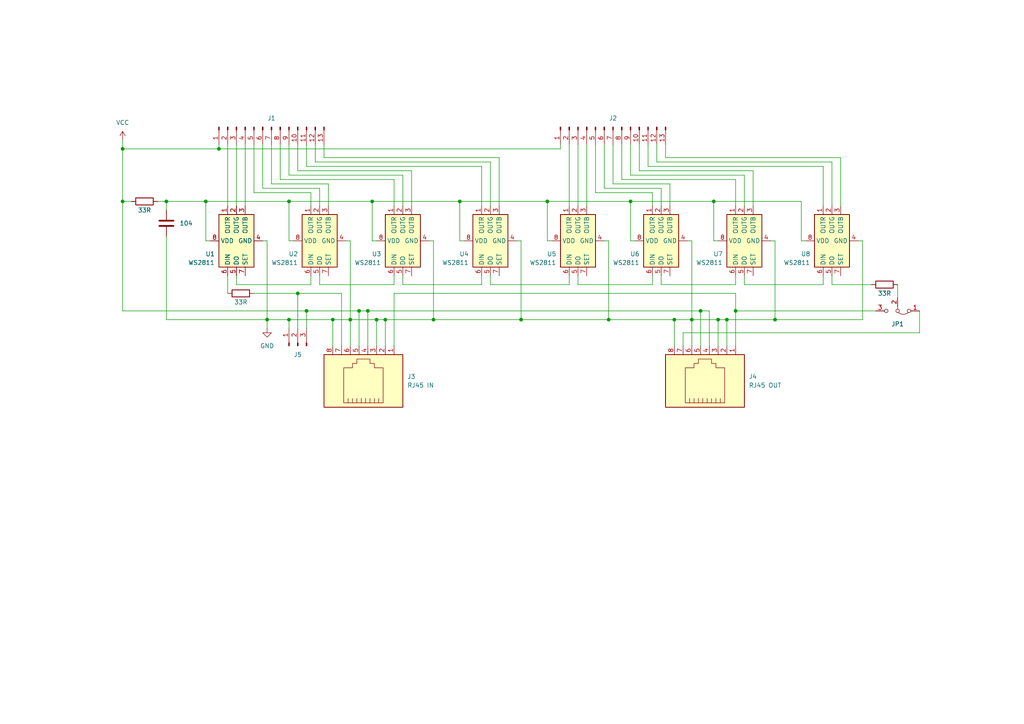
<source format=kicad_sch>
(kicad_sch (version 20230121) (generator eeschema)
  (paper "A4")
  (title_block (title "WS2811 LED Driver 24 (2 Signals)") (date "2023-12-22") (rev "2.0") (company "Jan Graichen") (comment 1 "© CC-BY-SA 4.0"))
  (lib_symbols
    (symbol "Conn_01x13_Pin_1" (pin_names (offset 1.016) hide)
      (property "Reference" "J" (at 0 17.78 0))
      (property "Value" "Conn_01x13_Pin" (at 0 -17.78 0))
      (symbol "Conn_01x13_Pin_1_1_1"
        (polyline (pts (xy 1.27 -15.24) (xy 0.8636 -15.24)) (stroke (width 0.1524)))
        (polyline (pts (xy 1.27 -12.7) (xy 0.8636 -12.7)) (stroke (width 0.1524)))
        (polyline (pts (xy 1.27 -10.16) (xy 0.8636 -10.16)) (stroke (width 0.1524)))
        (polyline (pts (xy 1.27 -7.62) (xy 0.8636 -7.62)) (stroke (width 0.1524)))
        (polyline (pts (xy 1.27 -5.08) (xy 0.8636 -5.08)) (stroke (width 0.1524)))
        (polyline (pts (xy 1.27 -2.54) (xy 0.8636 -2.54)) (stroke (width 0.1524)))
        (polyline (pts (xy 1.27 0) (xy 0.8636 0)) (stroke (width 0.1524)))
        (polyline (pts (xy 1.27 2.54) (xy 0.8636 2.54)) (stroke (width 0.1524)))
        (polyline (pts (xy 1.27 5.08) (xy 0.8636 5.08)) (stroke (width 0.1524)))
        (polyline (pts (xy 1.27 7.62) (xy 0.8636 7.62)) (stroke (width 0.1524)))
        (polyline (pts (xy 1.27 10.16) (xy 0.8636 10.16)) (stroke (width 0.1524)))
        (polyline (pts (xy 1.27 12.7) (xy 0.8636 12.7)) (stroke (width 0.1524)))
        (polyline (pts (xy 1.27 15.24) (xy 0.8636 15.24)) (stroke (width 0.1524)))
        (rectangle (start 0.8636 -15.113) (end 0 -15.367) (stroke (width 0.1524)) (fill (type outline)))
        (rectangle (start 0.8636 -12.573) (end 0 -12.827) (stroke (width 0.1524)) (fill (type outline)))
        (rectangle (start 0.8636 -10.033) (end 0 -10.287) (stroke (width 0.1524)) (fill (type outline)))
        (rectangle (start 0.8636 -7.493) (end 0 -7.747) (stroke (width 0.1524)) (fill (type outline)))
        (rectangle (start 0.8636 -4.953) (end 0 -5.207) (stroke (width 0.1524)) (fill (type outline)))
        (rectangle (start 0.8636 -2.413) (end 0 -2.667) (stroke (width 0.1524)) (fill (type outline)))
        (rectangle (start 0.8636 0.127) (end 0 -0.127) (stroke (width 0.1524)) (fill (type outline)))
        (rectangle (start 0.8636 2.667) (end 0 2.413) (stroke (width 0.1524)) (fill (type outline)))
        (rectangle (start 0.8636 5.207) (end 0 4.953) (stroke (width 0.1524)) (fill (type outline)))
        (rectangle (start 0.8636 7.747) (end 0 7.493) (stroke (width 0.1524)) (fill (type outline)))
        (rectangle (start 0.8636 10.287) (end 0 10.033) (stroke (width 0.1524)) (fill (type outline)))
        (rectangle (start 0.8636 12.827) (end 0 12.573) (stroke (width 0.1524)) (fill (type outline)))
        (rectangle (start 0.8636 15.367) (end 0 15.113) (stroke (width 0.1524)) (fill (type outline)))
        (pin passive line (at 5.08 15.24 180) (length 3.81) (name "Pin_1") (number "1"))
        (pin passive line (at 5.08 -7.62 180) (length 3.81) (name "Pin_10") (number "10"))
        (pin passive line (at 5.08 -10.16 180) (length 3.81) (name "Pin_11") (number "11"))
        (pin passive line (at 5.08 -12.7 180) (length 3.81) (name "Pin_12") (number "12"))
        (pin passive line (at 5.08 -15.24 180) (length 3.81) (name "Pin_13") (number "13"))
        (pin passive line (at 5.08 12.7 180) (length 3.81) (name "Pin_2") (number "2"))
        (pin passive line (at 5.08 10.16 180) (length 3.81) (name "Pin_3") (number "3"))
        (pin passive line (at 5.08 7.62 180) (length 3.81) (name "Pin_4") (number "4"))
        (pin passive line (at 5.08 5.08 180) (length 3.81) (name "Pin_5") (number "5"))
        (pin passive line (at 5.08 2.54 180) (length 3.81) (name "Pin_6") (number "6"))
        (pin passive line (at 5.08 0 180) (length 3.81) (name "Pin_7") (number "7"))
        (pin passive line (at 5.08 -2.54 180) (length 3.81) (name "Pin_8") (number "8"))
        (pin passive line (at 5.08 -5.08 180) (length 3.81) (name "Pin_9") (number "9"))
      )
    )
    (symbol "Connector:Conn_01x03_Pin" (pin_names (offset 1.016) hide)
      (property "Reference" "J" (at 0 5.08 0))
      (property "Value" "Conn_01x03_Pin" (at 0 -5.08 0))
      (symbol "Conn_01x03_Pin_1_1"
        (polyline (pts (xy 1.27 -2.54) (xy 0.8636 -2.54)) (stroke (width 0.1524)))
        (polyline (pts (xy 1.27 0) (xy 0.8636 0)) (stroke (width 0.1524)))
        (polyline (pts (xy 1.27 2.54) (xy 0.8636 2.54)) (stroke (width 0.1524)))
        (rectangle (start 0.8636 -2.413) (end 0 -2.667) (stroke (width 0.1524)) (fill (type outline)))
        (rectangle (start 0.8636 0.127) (end 0 -0.127) (stroke (width 0.1524)) (fill (type outline)))
        (rectangle (start 0.8636 2.667) (end 0 2.413) (stroke (width 0.1524)) (fill (type outline)))
        (pin passive line (at 5.08 2.54 180) (length 3.81) (name "Pin_1") (number "1"))
        (pin passive line (at 5.08 0 180) (length 3.81) (name "Pin_2") (number "2"))
        (pin passive line (at 5.08 -2.54 180) (length 3.81) (name "Pin_3") (number "3"))
      )
    )
    (symbol "Connector:Conn_01x13_Pin" (pin_names (offset 1.016) hide)
      (property "Reference" "J" (at 0 17.78 0))
      (property "Value" "Conn_01x13_Pin" (at 0 -17.78 0))
      (symbol "Conn_01x13_Pin_1_1"
        (polyline (pts (xy 1.27 -15.24) (xy 0.8636 -15.24)) (stroke (width 0.1524)))
        (polyline (pts (xy 1.27 -12.7) (xy 0.8636 -12.7)) (stroke (width 0.1524)))
        (polyline (pts (xy 1.27 -10.16) (xy 0.8636 -10.16)) (stroke (width 0.1524)))
        (polyline (pts (xy 1.27 -7.62) (xy 0.8636 -7.62)) (stroke (width 0.1524)))
        (polyline (pts (xy 1.27 -5.08) (xy 0.8636 -5.08)) (stroke (width 0.1524)))
        (polyline (pts (xy 1.27 -2.54) (xy 0.8636 -2.54)) (stroke (width 0.1524)))
        (polyline (pts (xy 1.27 0) (xy 0.8636 0)) (stroke (width 0.1524)))
        (polyline (pts (xy 1.27 2.54) (xy 0.8636 2.54)) (stroke (width 0.1524)))
        (polyline (pts (xy 1.27 5.08) (xy 0.8636 5.08)) (stroke (width 0.1524)))
        (polyline (pts (xy 1.27 7.62) (xy 0.8636 7.62)) (stroke (width 0.1524)))
        (polyline (pts (xy 1.27 10.16) (xy 0.8636 10.16)) (stroke (width 0.1524)))
        (polyline (pts (xy 1.27 12.7) (xy 0.8636 12.7)) (stroke (width 0.1524)))
        (polyline (pts (xy 1.27 15.24) (xy 0.8636 15.24)) (stroke (width 0.1524)))
        (rectangle (start 0.8636 -15.113) (end 0 -15.367) (stroke (width 0.1524)) (fill (type outline)))
        (rectangle (start 0.8636 -12.573) (end 0 -12.827) (stroke (width 0.1524)) (fill (type outline)))
        (rectangle (start 0.8636 -10.033) (end 0 -10.287) (stroke (width 0.1524)) (fill (type outline)))
        (rectangle (start 0.8636 -7.493) (end 0 -7.747) (stroke (width 0.1524)) (fill (type outline)))
        (rectangle (start 0.8636 -4.953) (end 0 -5.207) (stroke (width 0.1524)) (fill (type outline)))
        (rectangle (start 0.8636 -2.413) (end 0 -2.667) (stroke (width 0.1524)) (fill (type outline)))
        (rectangle (start 0.8636 0.127) (end 0 -0.127) (stroke (width 0.1524)) (fill (type outline)))
        (rectangle (start 0.8636 2.667) (end 0 2.413) (stroke (width 0.1524)) (fill (type outline)))
        (rectangle (start 0.8636 5.207) (end 0 4.953) (stroke (width 0.1524)) (fill (type outline)))
        (rectangle (start 0.8636 7.747) (end 0 7.493) (stroke (width 0.1524)) (fill (type outline)))
        (rectangle (start 0.8636 10.287) (end 0 10.033) (stroke (width 0.1524)) (fill (type outline)))
        (rectangle (start 0.8636 12.827) (end 0 12.573) (stroke (width 0.1524)) (fill (type outline)))
        (rectangle (start 0.8636 15.367) (end 0 15.113) (stroke (width 0.1524)) (fill (type outline)))
        (pin passive line (at 5.08 15.24 180) (length 3.81) (name "Pin_1") (number "1"))
        (pin passive line (at 5.08 -7.62 180) (length 3.81) (name "Pin_10") (number "10"))
        (pin passive line (at 5.08 -10.16 180) (length 3.81) (name "Pin_11") (number "11"))
        (pin passive line (at 5.08 -12.7 180) (length 3.81) (name "Pin_12") (number "12"))
        (pin passive line (at 5.08 -15.24 180) (length 3.81) (name "Pin_13") (number "13"))
        (pin passive line (at 5.08 12.7 180) (length 3.81) (name "Pin_2") (number "2"))
        (pin passive line (at 5.08 10.16 180) (length 3.81) (name "Pin_3") (number "3"))
        (pin passive line (at 5.08 7.62 180) (length 3.81) (name "Pin_4") (number "4"))
        (pin passive line (at 5.08 5.08 180) (length 3.81) (name "Pin_5") (number "5"))
        (pin passive line (at 5.08 2.54 180) (length 3.81) (name "Pin_6") (number "6"))
        (pin passive line (at 5.08 0 180) (length 3.81) (name "Pin_7") (number "7"))
        (pin passive line (at 5.08 -2.54 180) (length 3.81) (name "Pin_8") (number "8"))
        (pin passive line (at 5.08 -5.08 180) (length 3.81) (name "Pin_9") (number "9"))
      )
    )
    (symbol "Connector:RJ45" (pin_names (offset 1.016))
      (property "Reference" "J" (at -5.08 13.97 0))
      (property "Value" "RJ45" (at 2.54 13.97 0))
      (symbol "RJ45_0_1"
        (polyline (pts (xy -5.08 4.445) (xy -6.35 4.445)))
        (polyline (pts (xy -5.08 5.715) (xy -6.35 5.715)))
        (polyline (pts (xy -6.35 -3.175) (xy -5.08 -3.175) (xy -5.08 -3.175)))
        (polyline (pts (xy -6.35 -1.905) (xy -5.08 -1.905) (xy -5.08 -1.905)))
        (polyline (pts (xy -6.35 -0.635) (xy -5.08 -0.635) (xy -5.08 -0.635)))
        (polyline (pts (xy -6.35 0.635) (xy -5.08 0.635) (xy -5.08 0.635)))
        (polyline (pts (xy -6.35 1.905) (xy -5.08 1.905) (xy -5.08 1.905)))
        (polyline (pts (xy -5.08 3.175) (xy -6.35 3.175) (xy -6.35 3.175)))
        (polyline (pts (xy -6.35 -4.445) (xy -6.35 6.985) (xy 3.81 6.985) (xy 3.81 4.445) (xy 5.08 4.445) (xy 5.08 3.175) (xy 6.35 3.175) (xy 6.35 -0.635) (xy 5.08 -0.635) (xy 5.08 -1.905) (xy 3.81 -1.905) (xy 3.81 -4.445) (xy -6.35 -4.445) (xy -6.35 -4.445)))
        (rectangle (start 7.62 12.7) (end -7.62 -10.16) (stroke (width 0.254)) (fill (type background)))
      )
      (symbol "RJ45_1_1"
        (pin passive line (at 10.16 -7.62 180) (length 2.54) (name "~") (number "1"))
        (pin passive line (at 10.16 -5.08 180) (length 2.54) (name "~") (number "2"))
        (pin passive line (at 10.16 -2.54 180) (length 2.54) (name "~") (number "3"))
        (pin passive line (at 10.16 0 180) (length 2.54) (name "~") (number "4"))
        (pin passive line (at 10.16 2.54 180) (length 2.54) (name "~") (number "5"))
        (pin passive line (at 10.16 5.08 180) (length 2.54) (name "~") (number "6"))
        (pin passive line (at 10.16 7.62 180) (length 2.54) (name "~") (number "7"))
        (pin passive line (at 10.16 10.16 180) (length 2.54) (name "~") (number "8"))
      )
    )
    (symbol "Device:C" (pin_numbers hide) (pin_names (offset 0.254))
      (property "Reference" "C" (at 0.635 2.54 0))
      (property "Value" "C" (at 0.635 -2.54 0))
      (symbol "C_0_1"
        (polyline (pts (xy -2.032 -0.762) (xy 2.032 -0.762)) (stroke (width 0.508)))
        (polyline (pts (xy -2.032 0.762) (xy 2.032 0.762)) (stroke (width 0.508)))
      )
      (symbol "C_1_1"
        (pin passive line (at 0 3.81 270) (length 2.794) (name "~") (number "1"))
        (pin passive line (at 0 -3.81 90) (length 2.794) (name "~") (number "2"))
      )
    )
    (symbol "Device:R" (pin_numbers hide) (pin_names (offset 0))
      (property "Reference" "R" (at 2.032 0 90))
      (property "Value" "R" (at 0 0 90))
      (symbol "R_0_1"
        (rectangle (start -1.016 -2.54) (end 1.016 2.54) (stroke (width 0.254)))
      )
      (symbol "R_1_1"
        (pin passive line (at 0 3.81 270) (length 1.27) (name "~") (number "1"))
        (pin passive line (at 0 -3.81 90) (length 1.27) (name "~") (number "2"))
      )
    )
    (symbol "Driver_LED:WS2811"
      (property "Reference" "U" (at -6.35 6.35 0))
      (property "Value" "WS2811" (at 5.08 6.35 0))
      (symbol "WS2811_0_1"
        (rectangle (start -7.62 5.08) (end 7.62 -5.08) (stroke (width 0.254)) (fill (type background)))
      )
      (symbol "WS2811_1_1"
        (pin output line (at 10.16 2.54 180) (length 2.54) (name "OUTR") (number "1"))
        (pin output line (at 10.16 0 180) (length 2.54) (name "OUTG") (number "2"))
        (pin output line (at 10.16 -2.54 180) (length 2.54) (name "OUTB") (number "3"))
        (pin power_in line (at 0 -7.62 90) (length 2.54) (name "GND") (number "4"))
        (pin output line (at -10.16 0 0) (length 2.54) (name "DO") (number "5"))
        (pin input line (at -10.16 2.54 0) (length 2.54) (name "DIN") (number "6"))
        (pin input line (at -10.16 -2.54 0) (length 2.54) (name "SET") (number "7"))
        (pin power_in line (at 0 7.62 270) (length 2.54) (name "VDD") (number "8"))
      )
    )
    (symbol "Jumper:Jumper_3_Bridged12" (pin_names (offset 0) hide)
      (property "Reference" "JP" (at -2.54 -2.54 0))
      (property "Value" "Jumper_3_Bridged12" (at 0 2.794 0))
      (symbol "Jumper_3_Bridged12_0_0"
        (circle (center -3.302 0) (radius 0.508))
        (circle (center 0 0) (radius 0.508))
        (circle (center 3.302 0) (radius 0.508))
      )
      (symbol "Jumper_3_Bridged12_0_1"
        (arc (start -0.254 0.508) (mid -1.651 0.9912) (end -3.048 0.508))
        (polyline (pts (xy 0 -1.27) (xy 0 -0.508)))
      )
      (symbol "Jumper_3_Bridged12_1_1"
        (pin passive line (at -6.35 0 0) (length 2.54) (name "A") (number "1"))
        (pin passive line (at 0 -3.81 90) (length 2.54) (name "C") (number "2"))
        (pin passive line (at 6.35 0 180) (length 2.54) (name "B") (number "3"))
      )
    )
    (symbol "power:GND" (power) (pin_names (offset 0))
      (property "Value" "GND" (at 0 -3.81 0))
      (symbol "GND_0_1"
        (polyline (pts (xy 0 0) (xy 0 -1.27) (xy 1.27 -1.27) (xy 0 -2.54) (xy -1.27 -1.27) (xy 0 -1.27)))
      )
      (symbol "GND_1_1"
        (pin power_in line (at 0 0 270) (length 0) hide (name "GND") (number "1"))
      )
    )
    (symbol "power:VCC" (power) (pin_names (offset 0))
      (property "Value" "VCC" (at 0 3.81 0))
      (symbol "VCC_0_1"
        (polyline (pts (xy -0.762 1.27) (xy 0 2.54)))
        (polyline (pts (xy 0 0) (xy 0 2.54)))
        (polyline (pts (xy 0 2.54) (xy 0.762 1.27)))
      )
      (symbol "VCC_1_1"
        (pin power_in line (at 0 0 90) (length 0) hide (name "VCC") (number "1"))
      )
    )
  )
  (junction (at 203.2 90.17))
  (junction (at 63.5 43.18))
  (junction (at 125.73 92.71))
  (junction (at 48.26 58.42))
  (junction (at 111.76 92.71))
  (junction (at 88.9 90.17))
  (junction (at 109.22 92.71))
  (junction (at 151.13 92.71))
  (junction (at 158.75 58.42))
  (junction (at 86.36 85.09))
  (junction (at 107.95 58.42))
  (junction (at 101.6 92.71))
  (junction (at 210.82 92.71))
  (junction (at 207.01 58.42))
  (junction (at 104.14 90.17))
  (junction (at 83.82 92.71))
  (junction (at 59.69 58.42))
  (junction (at 213.36 90.17))
  (junction (at 77.47 92.71))
  (junction (at 106.68 90.17))
  (junction (at 208.28 92.71))
  (junction (at 83.82 58.42))
  (junction (at 35.56 58.42))
  (junction (at 182.88 58.42))
  (junction (at 200.66 92.71))
  (junction (at 176.53 92.71))
  (junction (at 224.79 92.71))
  (junction (at 133.35 58.42))
  (junction (at 96.52 92.71))
  (junction (at 195.58 92.71))
  (junction (at 35.56 43.18))
  (wire (pts (xy 213.36 82.55) (xy 213.36 80.01)))
  (wire (pts (xy 59.69 58.42) (xy 59.69 69.85)))
  (wire (pts (xy 213.36 52.07) (xy 180.34 52.07)))
  (wire (pts (xy 35.56 58.42) (xy 35.56 90.17)))
  (wire (pts (xy 96.52 92.71) (xy 101.6 92.71)))
  (wire (pts (xy 139.7 48.26) (xy 88.9 48.26)))
  (wire (pts (xy 77.47 69.85) (xy 77.47 92.71)))
  (wire (pts (xy 83.82 92.71) (xy 83.82 95.25)))
  (wire (pts (xy 151.13 69.85) (xy 151.13 92.71)))
  (wire (pts (xy 224.79 92.71) (xy 250.19 92.71)))
  (wire (pts (xy 180.34 52.07) (xy 180.34 41.91)))
  (wire (pts (xy 189.23 59.69) (xy 189.23 55.88)))
  (wire (pts (xy 200.66 92.71) (xy 208.28 92.71)))
  (wire (pts (xy 200.66 92.71) (xy 200.66 100.33)))
  (wire (pts (xy 35.56 43.18) (xy 35.56 58.42)))
  (wire (pts (xy 223.52 69.85) (xy 224.79 69.85)))
  (wire (pts (xy 99.06 85.09) (xy 99.06 100.33)))
  (wire (pts (xy 144.78 45.72) (xy 93.98 45.72)))
  (wire (pts (xy 250.19 92.71) (xy 250.19 69.85)))
  (wire (pts (xy 266.7 96.52) (xy 198.12 96.52)))
  (wire (pts (xy 213.36 85.09) (xy 213.36 90.17)))
  (wire (pts (xy 205.74 90.17) (xy 205.74 100.33)))
  (wire (pts (xy 59.69 58.42) (xy 83.82 58.42)))
  (wire (pts (xy 218.44 49.53) (xy 185.42 49.53)))
  (wire (pts (xy 233.68 69.85) (xy 232.41 69.85)))
  (wire (pts (xy 182.88 50.8) (xy 182.88 41.91)))
  (wire (pts (xy 170.18 41.91) (xy 170.18 59.69)))
  (wire (pts (xy 176.53 92.71) (xy 195.58 92.71)))
  (wire (pts (xy 114.3 52.07) (xy 81.28 52.07)))
  (wire (pts (xy 92.71 82.55) (xy 114.3 82.55)))
  (wire (pts (xy 116.84 80.01) (xy 116.84 82.55)))
  (wire (pts (xy 199.39 69.85) (xy 200.66 69.85)))
  (wire (pts (xy 88.9 48.26) (xy 88.9 41.91)))
  (wire (pts (xy 83.82 92.71) (xy 96.52 92.71)))
  (wire (pts (xy 125.73 69.85) (xy 125.73 92.71)))
  (wire (pts (xy 114.3 85.09) (xy 213.36 85.09)))
  (wire (pts (xy 207.01 58.42) (xy 232.41 58.42)))
  (wire (pts (xy 109.22 92.71) (xy 111.76 92.71)))
  (wire (pts (xy 142.24 80.01) (xy 142.24 82.55)))
  (wire (pts (xy 241.3 82.55) (xy 252.73 82.55)))
  (wire (pts (xy 215.9 82.55) (xy 238.76 82.55)))
  (wire (pts (xy 208.28 92.71) (xy 208.28 100.33)))
  (wire (pts (xy 175.26 69.85) (xy 176.53 69.85)))
  (wire (pts (xy 213.36 59.69) (xy 213.36 52.07)))
  (wire (pts (xy 68.58 41.91) (xy 68.58 59.69)))
  (wire (pts (xy 167.64 80.01) (xy 167.64 82.55)))
  (wire (pts (xy 215.9 59.69) (xy 215.9 50.8)))
  (wire (pts (xy 66.04 41.91) (xy 66.04 59.69)))
  (wire (pts (xy 149.86 69.85) (xy 151.13 69.85)))
  (wire (pts (xy 83.82 58.42) (xy 107.95 58.42)))
  (wire (pts (xy 266.7 90.17) (xy 266.7 96.52)))
  (wire (pts (xy 191.77 59.69) (xy 191.77 54.61)))
  (wire (pts (xy 92.71 54.61) (xy 76.2 54.61)))
  (wire (pts (xy 91.44 46.99) (xy 91.44 41.91)))
  (wire (pts (xy 107.95 58.42) (xy 133.35 58.42)))
  (wire (pts (xy 210.82 92.71) (xy 224.79 92.71)))
  (wire (pts (xy 106.68 90.17) (xy 203.2 90.17)))
  (wire (pts (xy 48.26 58.42) (xy 48.26 60.96)))
  (wire (pts (xy 100.33 69.85) (xy 101.6 69.85)))
  (wire (pts (xy 124.46 69.85) (xy 125.73 69.85)))
  (wire (pts (xy 241.3 46.99) (xy 190.5 46.99)))
  (wire (pts (xy 63.5 43.18) (xy 162.56 43.18)))
  (wire (pts (xy 194.31 59.69) (xy 194.31 53.34)))
  (wire (pts (xy 81.28 52.07) (xy 81.28 41.91)))
  (wire (pts (xy 260.35 82.55) (xy 260.35 86.36)))
  (wire (pts (xy 177.8 53.34) (xy 177.8 41.91)))
  (wire (pts (xy 203.2 90.17) (xy 203.2 100.33)))
  (wire (pts (xy 194.31 53.34) (xy 177.8 53.34)))
  (wire (pts (xy 191.77 54.61) (xy 175.26 54.61)))
  (wire (pts (xy 133.35 58.42) (xy 133.35 69.85)))
  (wire (pts (xy 35.56 43.18) (xy 63.5 43.18)))
  (wire (pts (xy 106.68 90.17) (xy 104.14 90.17)))
  (wire (pts (xy 109.22 92.71) (xy 109.22 100.33)))
  (wire (pts (xy 125.73 92.71) (xy 151.13 92.71)))
  (wire (pts (xy 35.56 40.64) (xy 35.56 43.18)))
  (wire (pts (xy 88.9 90.17) (xy 104.14 90.17)))
  (wire (pts (xy 208.28 69.85) (xy 207.01 69.85)))
  (wire (pts (xy 63.5 41.91) (xy 63.5 43.18)))
  (wire (pts (xy 215.9 80.01) (xy 215.9 82.55)))
  (wire (pts (xy 142.24 59.69) (xy 142.24 46.99)))
  (wire (pts (xy 238.76 82.55) (xy 238.76 80.01)))
  (wire (pts (xy 175.26 54.61) (xy 175.26 41.91)))
  (wire (pts (xy 215.9 50.8) (xy 182.88 50.8)))
  (wire (pts (xy 107.95 58.42) (xy 107.95 69.85)))
  (wire (pts (xy 76.2 69.85) (xy 77.47 69.85)))
  (wire (pts (xy 241.3 59.69) (xy 241.3 46.99)))
  (wire (pts (xy 189.23 82.55) (xy 189.23 80.01)))
  (wire (pts (xy 208.28 92.71) (xy 210.82 92.71)))
  (wire (pts (xy 133.35 58.42) (xy 158.75 58.42)))
  (wire (pts (xy 104.14 90.17) (xy 104.14 100.33)))
  (wire (pts (xy 198.12 96.52) (xy 198.12 100.33)))
  (wire (pts (xy 184.15 69.85) (xy 182.88 69.85)))
  (wire (pts (xy 243.84 59.69) (xy 243.84 45.72)))
  (wire (pts (xy 190.5 46.99) (xy 190.5 41.91)))
  (wire (pts (xy 182.88 58.42) (xy 182.88 69.85)))
  (wire (pts (xy 158.75 58.42) (xy 182.88 58.42)))
  (wire (pts (xy 119.38 49.53) (xy 86.36 49.53)))
  (wire (pts (xy 101.6 92.71) (xy 109.22 92.71)))
  (wire (pts (xy 167.64 82.55) (xy 189.23 82.55)))
  (wire (pts (xy 142.24 46.99) (xy 91.44 46.99)))
  (wire (pts (xy 210.82 92.71) (xy 210.82 100.33)))
  (wire (pts (xy 158.75 58.42) (xy 158.75 69.85)))
  (wire (pts (xy 134.62 69.85) (xy 133.35 69.85)))
  (wire (pts (xy 116.84 50.8) (xy 83.82 50.8)))
  (wire (pts (xy 114.3 100.33) (xy 114.3 85.09)))
  (wire (pts (xy 68.58 80.01) (xy 68.58 82.55)))
  (wire (pts (xy 111.76 92.71) (xy 125.73 92.71)))
  (wire (pts (xy 92.71 80.01) (xy 92.71 82.55)))
  (wire (pts (xy 116.84 82.55) (xy 139.7 82.55)))
  (wire (pts (xy 66.04 85.09) (xy 66.04 80.01)))
  (wire (pts (xy 95.25 53.34) (xy 78.74 53.34)))
  (wire (pts (xy 151.13 92.71) (xy 176.53 92.71)))
  (wire (pts (xy 165.1 82.55) (xy 165.1 80.01)))
  (wire (pts (xy 189.23 55.88) (xy 172.72 55.88)))
  (wire (pts (xy 243.84 45.72) (xy 193.04 45.72)))
  (wire (pts (xy 203.2 90.17) (xy 205.74 90.17)))
  (wire (pts (xy 90.17 59.69) (xy 90.17 55.88)))
  (wire (pts (xy 85.09 69.85) (xy 83.82 69.85)))
  (wire (pts (xy 191.77 82.55) (xy 213.36 82.55)))
  (wire (pts (xy 167.64 41.91) (xy 167.64 59.69)))
  (wire (pts (xy 187.96 48.26) (xy 187.96 41.91)))
  (wire (pts (xy 92.71 59.69) (xy 92.71 54.61)))
  (wire (pts (xy 193.04 45.72) (xy 193.04 41.91)))
  (wire (pts (xy 78.74 53.34) (xy 78.74 41.91)))
  (wire (pts (xy 96.52 92.71) (xy 96.52 100.33)))
  (wire (pts (xy 83.82 50.8) (xy 83.82 41.91)))
  (wire (pts (xy 119.38 59.69) (xy 119.38 49.53)))
  (wire (pts (xy 90.17 82.55) (xy 90.17 80.01)))
  (wire (pts (xy 238.76 59.69) (xy 238.76 48.26)))
  (wire (pts (xy 162.56 41.91) (xy 162.56 43.18)))
  (wire (pts (xy 116.84 59.69) (xy 116.84 50.8)))
  (wire (pts (xy 60.96 69.85) (xy 59.69 69.85)))
  (wire (pts (xy 195.58 92.71) (xy 195.58 100.33)))
  (wire (pts (xy 111.76 92.71) (xy 111.76 100.33)))
  (wire (pts (xy 191.77 80.01) (xy 191.77 82.55)))
  (wire (pts (xy 109.22 69.85) (xy 107.95 69.85)))
  (wire (pts (xy 48.26 68.58) (xy 48.26 92.71)))
  (wire (pts (xy 77.47 92.71) (xy 77.47 95.25)))
  (wire (pts (xy 144.78 59.69) (xy 144.78 45.72)))
  (wire (pts (xy 182.88 58.42) (xy 207.01 58.42)))
  (wire (pts (xy 213.36 90.17) (xy 213.36 100.33)))
  (wire (pts (xy 238.76 48.26) (xy 187.96 48.26)))
  (wire (pts (xy 71.12 41.91) (xy 71.12 59.69)))
  (wire (pts (xy 224.79 69.85) (xy 224.79 92.71)))
  (wire (pts (xy 83.82 58.42) (xy 83.82 69.85)))
  (wire (pts (xy 106.68 100.33) (xy 106.68 90.17)))
  (wire (pts (xy 90.17 55.88) (xy 73.66 55.88)))
  (wire (pts (xy 48.26 58.42) (xy 59.69 58.42)))
  (wire (pts (xy 101.6 69.85) (xy 101.6 92.71)))
  (wire (pts (xy 248.92 69.85) (xy 250.19 69.85)))
  (wire (pts (xy 77.47 92.71) (xy 83.82 92.71)))
  (wire (pts (xy 35.56 90.17) (xy 88.9 90.17)))
  (wire (pts (xy 139.7 82.55) (xy 139.7 80.01)))
  (wire (pts (xy 86.36 85.09) (xy 99.06 85.09)))
  (wire (pts (xy 232.41 58.42) (xy 232.41 69.85)))
  (wire (pts (xy 172.72 55.88) (xy 172.72 41.91)))
  (wire (pts (xy 185.42 49.53) (xy 185.42 41.91)))
  (wire (pts (xy 160.02 69.85) (xy 158.75 69.85)))
  (wire (pts (xy 35.56 58.42) (xy 38.1 58.42)))
  (wire (pts (xy 73.66 85.09) (xy 86.36 85.09)))
  (wire (pts (xy 176.53 69.85) (xy 176.53 92.71)))
  (wire (pts (xy 241.3 80.01) (xy 241.3 82.55)))
  (wire (pts (xy 76.2 54.61) (xy 76.2 41.91)))
  (wire (pts (xy 114.3 82.55) (xy 114.3 80.01)))
  (wire (pts (xy 68.58 82.55) (xy 90.17 82.55)))
  (wire (pts (xy 73.66 55.88) (xy 73.66 41.91)))
  (wire (pts (xy 142.24 82.55) (xy 165.1 82.55)))
  (wire (pts (xy 86.36 85.09) (xy 86.36 95.25)))
  (wire (pts (xy 48.26 92.71) (xy 77.47 92.71)))
  (wire (pts (xy 165.1 41.91) (xy 165.1 59.69)))
  (wire (pts (xy 101.6 92.71) (xy 101.6 100.33)))
  (wire (pts (xy 213.36 90.17) (xy 254 90.17)))
  (wire (pts (xy 93.98 45.72) (xy 93.98 41.91)))
  (wire (pts (xy 195.58 92.71) (xy 200.66 92.71)))
  (wire (pts (xy 95.25 59.69) (xy 95.25 53.34)))
  (wire (pts (xy 200.66 69.85) (xy 200.66 92.71)))
  (wire (pts (xy 207.01 69.85) (xy 207.01 58.42)))
  (wire (pts (xy 114.3 59.69) (xy 114.3 52.07)))
  (wire (pts (xy 45.72 58.42) (xy 48.26 58.42)))
  (wire (pts (xy 88.9 90.17) (xy 88.9 95.25)))
  (wire (pts (xy 218.44 59.69) (xy 218.44 49.53)))
  (wire (pts (xy 139.7 59.69) (xy 139.7 48.26)))
  (wire (pts (xy 86.36 49.53) (xy 86.36 41.91)))
  (symbol (lib_id "Driver_LED:WS2811") (at 92.71 69.85 90) (unit 1)
    (property "Reference" "U2" (at 85.09 73.66 90))
    (property "Value" "WS2811" (at 82.55 76.2 90))
    (property "Footprint" "Package_SO:SOIC-8_3.9x4.9mm_P1.27mm" (effects hide))
    (property "Datasheet" "https://cdn-shop.adafruit.com/datasheets/WS2811.pdf" (effects hide))
  )
  (symbol (lib_id "Device:R") (at 256.54 82.55 90) (unit 1)
    (property "Reference" "R3" (effects hide))
    (property "Value" "33R" (at 256.54 85.09 90))
    (property "Footprint" "Resistor_SMD:R_0603_1608Metric" (effects hide))
  )
  (symbol (lib_name "Conn_01x13_Pin_1") (lib_id "Connector:Conn_01x13_Pin") (at 78.74 36.83 90) (mirror x) (unit 1)
    (property "Reference" "J1" (at 78.74 34.29 90))
    (property "Value" "Conn_01x13_Pin" (effects hide))
    (property "Footprint" "Connector_PinHeader_2.54mm:PinHeader_1x13_P2.54mm_Vertical" (effects hide))
  )
  (symbol (lib_id "Device:C") (at 48.26 64.77 0) (unit 1)
    (property "Reference" "C1" (effects hide))
    (property "Value" "104" (at 52.07 64.77 0) (effects (justify left)))
    (property "Footprint" "Capacitor_SMD:C_0603_1608Metric" (effects hide))
  )
  (symbol (lib_id "Driver_LED:WS2811") (at 191.77 69.85 90) (unit 1)
    (property "Reference" "U6" (at 184.15 73.66 90))
    (property "Value" "WS2811" (at 181.61 76.2 90))
    (property "Footprint" "Package_SO:SOIC-8_3.9x4.9mm_P1.27mm" (effects hide))
    (property "Datasheet" "https://cdn-shop.adafruit.com/datasheets/WS2811.pdf" (effects hide))
  )
  (symbol (lib_id "Connector:Conn_01x13_Pin") (at 177.8 36.83 90) (mirror x) (unit 1)
    (property "Reference" "J2" (at 177.8 34.29 90))
    (property "Value" "Conn_01x13_Pin" (effects hide))
    (property "Footprint" "Connector_PinHeader_2.54mm:PinHeader_1x13_P2.54mm_Vertical" (effects hide))
  )
  (symbol (lib_id "Connector:RJ45") (at 106.68 110.49 90) (unit 1)
    (property "Reference" "J3" (at 118.11 109.22 90) (effects (justify right)))
    (property "Value" "RJ45 IN" (at 118.11 111.76 90) (effects (justify right)))
    (property "Footprint" "Connector_RJ:RJ45_Amphenol_54602-x08_Horizontal" (effects hide))
  )
  (symbol (lib_id "Driver_LED:WS2811") (at 142.24 69.85 90) (unit 1)
    (property "Reference" "U4" (at 134.62 73.66 90))
    (property "Value" "WS2811" (at 132.08 76.2 90))
    (property "Footprint" "Package_SO:SOIC-8_3.9x4.9mm_P1.27mm" (effects hide))
    (property "Datasheet" "https://cdn-shop.adafruit.com/datasheets/WS2811.pdf" (effects hide))
  )
  (symbol (lib_id "Connector:RJ45") (at 205.74 110.49 90) (unit 1)
    (property "Reference" "J4" (at 217.17 109.22 90) (effects (justify right)))
    (property "Value" "RJ45 OUT" (at 217.17 111.76 90) (effects (justify right)))
    (property "Footprint" "Connector_RJ:RJ45_Amphenol_54602-x08_Horizontal" (effects hide))
  )
  (symbol (lib_id "Driver_LED:WS2811") (at 241.3 69.85 90) (unit 1)
    (property "Reference" "U8" (at 233.68 73.66 90))
    (property "Value" "WS2811" (at 231.14 76.2 90))
    (property "Footprint" "Package_SO:SOIC-8_3.9x4.9mm_P1.27mm" (effects hide))
    (property "Datasheet" "https://cdn-shop.adafruit.com/datasheets/WS2811.pdf" (effects hide))
  )
  (symbol (lib_id "power:GND") (at 77.47 95.25 0) (unit 1)
    (property "Reference" "#PWR?" (effects hide))
    (property "Value" "GND" (at 77.47 100.33 0))
  )
  (symbol (lib_id "Jumper:Jumper_3_Bridged12") (at 260.35 90.17 180) (unit 1)
    (property "Reference" "JP1" (at 260.35 93.98 0))
    (property "Value" "Jumper_3_Bridged12" (effects hide))
    (property "Footprint" "Connector_PinHeader_2.54mm:PinHeader_1x03_P2.54mm_Vertical" (effects hide))
  )
  (symbol (lib_id "Driver_LED:WS2811") (at 116.84 69.85 90) (unit 1)
    (property "Reference" "U3" (at 109.22 73.66 90))
    (property "Value" "WS2811" (at 106.68 76.2 90))
    (property "Footprint" "Package_SO:SOIC-8_3.9x4.9mm_P1.27mm" (effects hide))
    (property "Datasheet" "https://cdn-shop.adafruit.com/datasheets/WS2811.pdf" (effects hide))
  )
  (symbol (lib_id "Driver_LED:WS2811") (at 215.9 69.85 90) (unit 1)
    (property "Reference" "U7" (at 208.28 73.66 90))
    (property "Value" "WS2811" (at 205.74 76.2 90))
    (property "Footprint" "Package_SO:SOIC-8_3.9x4.9mm_P1.27mm" (effects hide))
    (property "Datasheet" "https://cdn-shop.adafruit.com/datasheets/WS2811.pdf" (effects hide))
  )
  (symbol (lib_id "Connector:Conn_01x03_Pin") (at 86.36 100.33 90) (unit 1)
    (property "Reference" "J5" (at 86.36 102.87 90))
    (property "Value" "Conn_01x03_Pin" (effects hide))
    (property "Footprint" "Connector_PinHeader_2.54mm:PinHeader_1x03_P2.54mm_Vertical" (effects hide))
  )
  (symbol (lib_id "Device:R") (at 41.91 58.42 90) (unit 1)
    (property "Reference" "R1" (effects hide))
    (property "Value" "33R" (at 41.91 60.96 90))
    (property "Footprint" "Resistor_SMD:R_0603_1608Metric" (effects hide))
  )
  (symbol (lib_id "Device:R") (at 69.85 85.09 90) (unit 1)
    (property "Reference" "R2" (effects hide))
    (property "Value" "33R" (at 69.85 87.63 90))
    (property "Footprint" "Resistor_SMD:R_0603_1608Metric" (effects hide))
  )
  (symbol (lib_id "Driver_LED:WS2811") (at 167.64 69.85 90) (unit 1)
    (property "Reference" "U5" (at 160.02 73.66 90))
    (property "Value" "WS2811" (at 157.48 76.2 90))
    (property "Footprint" "Package_SO:SOIC-8_3.9x4.9mm_P1.27mm" (effects hide))
    (property "Datasheet" "https://cdn-shop.adafruit.com/datasheets/WS2811.pdf" (effects hide))
  )
  (symbol (lib_id "Driver_LED:WS2811") (at 68.58 69.85 90) (unit 1)
    (property "Reference" "U1" (at 60.96 73.66 90))
    (property "Value" "WS2811" (at 58.42 76.2 90))
    (property "Footprint" "Package_SO:SOIC-8_3.9x4.9mm_P1.27mm" (effects hide))
    (property "Datasheet" "https://cdn-shop.adafruit.com/datasheets/WS2811.pdf" (effects hide))
  )
  (symbol (lib_id "power:VCC") (at 35.56 40.64 0) (unit 1)
    (property "Reference" "#PWR?" (effects hide))
    (property "Value" "VCC" (at 35.56 35.56 0))
  )
)
</source>
